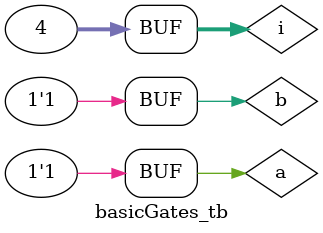
<source format=v>

module basicGates_tb;
  reg a,b;
  wire z;
  integer i;
  basicGates uut(.a(a),.b(b),.z(z));

  initial begin
    for(i=0;i<4;i=i+1)
      begin
        {a,b}=i; #10;
      end
  end
endmodule

</source>
